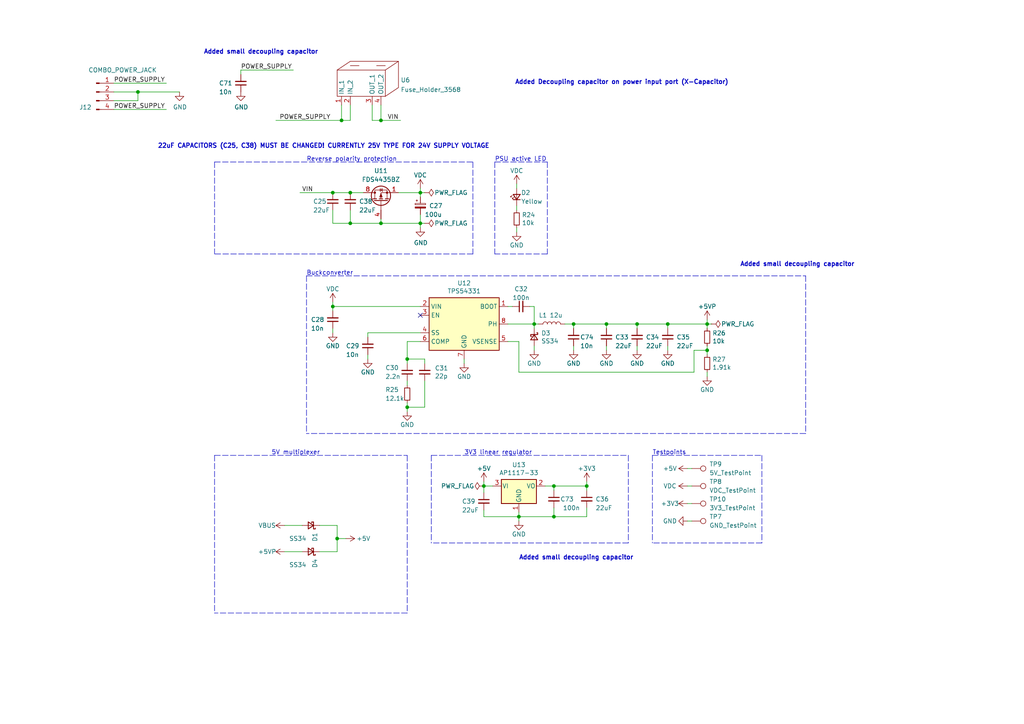
<source format=kicad_sch>
(kicad_sch (version 20211123) (generator eeschema)
  (paper "A4")
  (title_block (title "LumenPnP Motherboard") (date "2022-09-09") (rev "004A") (company "Opulo") (comment 1 "Reengineered by Magpie"))
  (lib_symbols
    (symbol "Connector:Conn_01x04_Male" (pin_names (offset 1.016) hide)
      (property "Reference" "J" (at 0 5.08 0))
      (property "Value" "Conn_01x04_Male" (at 0 -7.62 0))
      (symbol "Conn_01x04_Male_1_1"
        (polyline (pts (xy 1.27 -5.08) (xy 0.8636 -5.08)) (stroke (width 0.1524)))
        (polyline (pts (xy 1.27 -2.54) (xy 0.8636 -2.54)) (stroke (width 0.1524)))
        (polyline (pts (xy 1.27 0) (xy 0.8636 0)) (stroke (width 0.1524)))
        (polyline (pts (xy 1.27 2.54) (xy 0.8636 2.54)) (stroke (width 0.1524)))
        (rectangle (start 0.8636 -4.953) (end 0 -5.207) (stroke (width 0.1524)) (fill (type outline)))
        (rectangle (start 0.8636 -2.413) (end 0 -2.667) (stroke (width 0.1524)) (fill (type outline)))
        (rectangle (start 0.8636 0.127) (end 0 -0.127) (stroke (width 0.1524)) (fill (type outline)))
        (rectangle (start 0.8636 2.667) (end 0 2.413) (stroke (width 0.1524)) (fill (type outline)))
        (pin passive line (at 5.08 2.54 180) (length 3.81) (name "Pin_1") (number "1"))
        (pin passive line (at 5.08 0 180) (length 3.81) (name "Pin_2") (number "2"))
        (pin passive line (at 5.08 -2.54 180) (length 3.81) (name "Pin_3") (number "3"))
        (pin passive line (at 5.08 -5.08 180) (length 3.81) (name "Pin_4") (number "4"))
      )
    )
    (symbol "Connector:TestPoint" (pin_numbers hide) (pin_names (offset 0.762) hide)
      (property "Reference" "TP" (at 0 6.858 0))
      (property "Value" "TestPoint" (at 0 5.08 0))
      (symbol "TestPoint_0_1"
        (circle (center 0 3.302) (radius 0.762))
      )
      (symbol "TestPoint_1_1"
        (pin passive line (at 0 0 90) (length 2.54) (name "1") (number "1"))
      )
    )
    (symbol "Device:C_Polarized_Small" (pin_numbers hide) (pin_names (offset 0.254) hide)
      (property "Reference" "C" (at 0.254 1.778 0))
      (property "Value" "C_Polarized_Small" (at 0.254 -2.032 0))
      (symbol "C_Polarized_Small_0_1"
        (rectangle (start -1.524 -0.3048) (end 1.524 -0.6858) (fill (type outline)))
        (rectangle (start -1.524 0.6858) (end 1.524 0.3048))
        (polyline (pts (xy -1.27 1.524) (xy -0.762 1.524)))
        (polyline (pts (xy -1.016 1.27) (xy -1.016 1.778)))
      )
      (symbol "C_Polarized_Small_1_1"
        (pin passive line (at 0 2.54 270) (length 1.8542) (name "~") (number "1"))
        (pin passive line (at 0 -2.54 90) (length 1.8542) (name "~") (number "2"))
      )
    )
    (symbol "Device:C_Small" (pin_numbers hide) (pin_names (offset 0.254) hide)
      (property "Reference" "C" (at 0.254 1.778 0))
      (property "Value" "C_Small" (at 0.254 -2.032 0))
      (symbol "C_Small_0_1"
        (polyline (pts (xy -1.524 -0.508) (xy 1.524 -0.508)) (stroke (width 0.3302)))
        (polyline (pts (xy -1.524 0.508) (xy 1.524 0.508)) (stroke (width 0.3048)))
      )
      (symbol "C_Small_1_1"
        (pin passive line (at 0 2.54 270) (length 2.032) (name "~") (number "1"))
        (pin passive line (at 0 -2.54 90) (length 2.032) (name "~") (number "2"))
      )
    )
    (symbol "Device:D_Schottky_Small" (pin_numbers hide) (pin_names (offset 0.254) hide)
      (property "Reference" "D" (at -1.27 2.032 0))
      (property "Value" "D_Schottky_Small" (at -7.112 -2.032 0))
      (symbol "D_Schottky_Small_0_1"
        (polyline (pts (xy -0.762 0) (xy 0.762 0)))
        (polyline (pts (xy 0.762 -1.016) (xy -0.762 0) (xy 0.762 1.016) (xy 0.762 -1.016)) (stroke (width 0.254)))
        (polyline (pts (xy -1.27 0.762) (xy -1.27 1.016) (xy -0.762 1.016) (xy -0.762 -1.016) (xy -0.254 -1.016) (xy -0.254 -0.762)) (stroke (width 0.254)))
      )
      (symbol "D_Schottky_Small_1_1"
        (pin passive line (at -2.54 0 0) (length 1.778) (name "K") (number "1"))
        (pin passive line (at 2.54 0 180) (length 1.778) (name "A") (number "2"))
      )
    )
    (symbol "Device:L" (pin_numbers hide) (pin_names (offset 1.016) hide)
      (property "Reference" "L" (at -1.27 0 90))
      (property "Value" "L" (at 1.905 0 90))
      (symbol "L_0_1"
        (arc (start 0 -2.54) (mid 0.635 -1.905) (end 0 -1.27))
        (arc (start 0 -1.27) (mid 0.635 -0.635) (end 0 0))
        (arc (start 0 0) (mid 0.635 0.635) (end 0 1.27))
        (arc (start 0 1.27) (mid 0.635 1.905) (end 0 2.54))
      )
      (symbol "L_1_1"
        (pin passive line (at 0 3.81 270) (length 1.27) (name "1") (number "1"))
        (pin passive line (at 0 -3.81 90) (length 1.27) (name "2") (number "2"))
      )
    )
    (symbol "Device:LED_Small" (pin_numbers hide) (pin_names (offset 0.254) hide)
      (property "Reference" "D" (at -1.27 3.175 0))
      (property "Value" "LED_Small" (at -4.445 -2.54 0))
      (symbol "LED_Small_0_1"
        (polyline (pts (xy -0.762 -1.016) (xy -0.762 1.016)) (stroke (width 0.254)))
        (polyline (pts (xy 1.016 0) (xy -0.762 0)))
        (polyline (pts (xy 0.762 -1.016) (xy -0.762 0) (xy 0.762 1.016) (xy 0.762 -1.016)) (stroke (width 0.254)))
        (polyline (pts (xy 0 0.762) (xy -0.508 1.27) (xy -0.254 1.27) (xy -0.508 1.27) (xy -0.508 1.016)))
        (polyline (pts (xy 0.508 1.27) (xy 0 1.778) (xy 0.254 1.778) (xy 0 1.778) (xy 0 1.524)))
      )
      (symbol "LED_Small_1_1"
        (pin passive line (at -2.54 0 0) (length 1.778) (name "K") (number "1"))
        (pin passive line (at 2.54 0 180) (length 1.778) (name "A") (number "2"))
      )
    )
    (symbol "Device:R_Small" (pin_numbers hide) (pin_names (offset 0.254) hide)
      (property "Reference" "R" (at 0.762 0.508 0))
      (property "Value" "R_Small" (at 0.762 -1.016 0))
      (symbol "R_Small_0_1"
        (rectangle (start -0.762 1.778) (end 0.762 -1.778) (stroke (width 0.2032)))
      )
      (symbol "R_Small_1_1"
        (pin passive line (at 0 2.54 270) (length 0.762) (name "~") (number "1"))
        (pin passive line (at 0 -2.54 90) (length 0.762) (name "~") (number "2"))
      )
    )
    (symbol "Regulator_Linear:AP1117-33" (pin_names (offset 0.254))
      (property "Reference" "U" (at -3.81 3.175 0))
      (property "Value" "AP1117-33" (at 0 3.175 0))
      (symbol "AP1117-33_0_1"
        (rectangle (start -5.08 -5.08) (end 5.08 1.905) (stroke (width 0.254)) (fill (type background)))
      )
      (symbol "AP1117-33_1_1"
        (pin power_in line (at 0 -7.62 90) (length 2.54) (name "GND") (number "1"))
        (pin power_out line (at 7.62 0 180) (length 2.54) (name "VO") (number "2"))
        (pin power_in line (at -7.62 0 0) (length 2.54) (name "VI") (number "3"))
      )
    )
    (symbol "index:FDS4435BZ" (pin_names hide)
      (property "Reference" "Q" (at 5.08 1.905 0))
      (property "Value" "FDS4435BZ" (at 5.08 0 0))
      (symbol "FDS4435BZ_0_1"
        (polyline (pts (xy 0.254 0) (xy -2.54 0)))
        (polyline (pts (xy 0.254 1.905) (xy 0.254 -1.905)) (stroke (width 0.254)))
        (polyline (pts (xy 0.762 -1.27) (xy 0.762 -2.286)) (stroke (width 0.254)))
        (polyline (pts (xy 0.762 0.508) (xy 0.762 -0.508)) (stroke (width 0.254)))
        (polyline (pts (xy 0.762 2.286) (xy 0.762 1.27)) (stroke (width 0.254)))
        (polyline (pts (xy 2.54 2.54) (xy 2.54 1.778)))
        (polyline (pts (xy 2.54 -2.54) (xy 2.54 0) (xy 0.762 0)))
        (polyline (pts (xy 0.762 1.778) (xy 3.302 1.778) (xy 3.302 -1.778) (xy 0.762 -1.778)))
        (polyline (pts (xy 2.286 0) (xy 1.27 0.381) (xy 1.27 -0.381) (xy 2.286 0)) (fill (type outline)))
        (polyline (pts (xy 2.794 -0.508) (xy 2.921 -0.381) (xy 3.683 -0.381) (xy 3.81 -0.254)))
        (polyline (pts (xy 3.302 -0.381) (xy 2.921 0.254) (xy 3.683 0.254) (xy 3.302 -0.381)))
        (circle (center 1.651 0) (radius 2.794) (stroke (width 0.254)))
        (circle (center 2.54 -1.778) (radius 0.254) (fill (type outline)))
        (circle (center 2.54 1.778) (radius 0.254) (fill (type outline)))
      )
      (symbol "FDS4435BZ_1_1"
        (pin passive line (at 2.54 -5.08 90) (length 2.54) (name "S") (number "1"))
        (pin passive line (at 2.54 -5.08 90) (length 2.54) hide (name "S") (number "2"))
        (pin passive line (at 2.54 -5.08 90) (length 2.54) hide (name "S") (number "3"))
        (pin passive line (at -5.08 0 0) (length 2.54) (name "G") (number "4"))
        (pin passive line (at 2.54 5.08 270) (length 2.54) hide (name "D") (number "5"))
        (pin passive line (at 2.54 5.08 270) (length 2.54) hide (name "D") (number "6"))
        (pin passive line (at 2.54 5.08 270) (length 2.54) hide (name "D") (number "7"))
        (pin passive line (at 2.54 5.08 270) (length 2.54) (name "D") (number "8"))
      )
    )
    (symbol "index:Fuse_Holder_3568"
      (property "Reference" "U" (at 7.62 11.43 0))
      (property "Value" "Fuse_Holder_3568" (at 0 21.59 0))
      (symbol "Fuse_Holder_3568_0_1"
        (polyline (pts (xy -10.16 17.78) (xy 3.81 17.78)))
        (polyline (pts (xy -6.35 19.05) (xy -3.81 19.05)))
        (polyline (pts (xy 3.81 19.05) (xy 1.27 19.05)))
        (polyline (pts (xy -10.16 17.78) (xy -10.16 10.16) (xy 3.81 10.16)))
        (polyline (pts (xy 3.81 10.16) (xy 7.62 12.7) (xy 7.62 20.32)))
        (polyline (pts (xy -10.16 17.78) (xy -6.35 20.32) (xy 7.62 20.32) (xy 3.81 17.78) (xy 3.81 10.16)))
      )
      (symbol "Fuse_Holder_3568_1_1"
        (pin passive line (at -8.89 7.62 90) (length 2.54) (name "IN_1") (number "1"))
        (pin passive line (at -6.35 7.62 90) (length 2.54) (name "IN_2") (number "2"))
        (pin passive line (at 0 7.62 90) (length 2.54) (name "OUT_1") (number "3"))
        (pin passive line (at 2.54 7.62 90) (length 2.54) (name "OUT_2") (number "4"))
      )
    )
    (symbol "index:TPS54331"
      (property "Reference" "U" (at -8.89 8.89 0))
      (property "Value" "TPS54331" (at 3.81 8.89 0))
      (symbol "TPS54331_1_1"
        (rectangle (start -10.16 7.62) (end 10.16 -7.62) (stroke (width 0.254)) (fill (type background)))
        (pin output line (at 12.7 5.08 180) (length 2.54) (name "BOOT") (number "1"))
        (pin power_in line (at -12.7 5.08 0) (length 2.54) (name "VIN") (number "2"))
        (pin input line (at -12.7 2.54 0) (length 2.54) (name "EN") (number "3"))
        (pin output line (at -12.7 -2.54 0) (length 2.54) (name "SS") (number "4"))
        (pin input line (at 12.7 -5.08 180) (length 2.54) (name "VSENSE") (number "5"))
        (pin output line (at -12.7 -5.08 0) (length 2.54) (name "COMP") (number "6"))
        (pin power_in line (at 0 -10.16 90) (length 2.54) (name "GND") (number "7"))
        (pin output line (at 12.7 0 180) (length 2.54) (name "PH") (number "8"))
      )
    )
    (symbol "power:+3V3" (power) (pin_names (offset 0))
      (property "Value" "+3V3" (at 0 3.556 0))
      (symbol "+3V3_0_1"
        (polyline (pts (xy -0.762 1.27) (xy 0 2.54)))
        (polyline (pts (xy 0 0) (xy 0 2.54)))
        (polyline (pts (xy 0 2.54) (xy 0.762 1.27)))
      )
      (symbol "+3V3_1_1"
        (pin power_in line (at 0 0 90) (length 0) hide (name "+3V3") (number "1"))
      )
    )
    (symbol "power:+5V" (power) (pin_names (offset 0))
      (property "Value" "+5V" (at 0 3.556 0))
      (symbol "+5V_0_1"
        (polyline (pts (xy -0.762 1.27) (xy 0 2.54)))
        (polyline (pts (xy 0 0) (xy 0 2.54)))
        (polyline (pts (xy 0 2.54) (xy 0.762 1.27)))
      )
      (symbol "+5V_1_1"
        (pin power_in line (at 0 0 90) (length 0) hide (name "+5V") (number "1"))
      )
    )
    (symbol "power:+5VP" (power) (pin_names (offset 0))
      (property "Value" "+5VP" (at 0 3.556 0))
      (symbol "+5VP_0_1"
        (polyline (pts (xy -0.762 1.27) (xy 0 2.54)))
        (polyline (pts (xy 0 0) (xy 0 2.54)))
        (polyline (pts (xy 0 2.54) (xy 0.762 1.27)))
      )
      (symbol "+5VP_1_1"
        (pin power_in line (at 0 0 90) (length 0) hide (name "+5VP") (number "1"))
      )
    )
    (symbol "power:GND" (power) (pin_names (offset 0))
      (property "Value" "GND" (at 0 -3.81 0))
      (symbol "GND_0_1"
        (polyline (pts (xy 0 0) (xy 0 -1.27) (xy 1.27 -1.27) (xy 0 -2.54) (xy -1.27 -1.27) (xy 0 -1.27)))
      )
      (symbol "GND_1_1"
        (pin power_in line (at 0 0 270) (length 0) hide (name "GND") (number "1"))
      )
    )
    (symbol "power:PWR_FLAG" (power) (pin_numbers hide) (pin_names (offset 0) hide)
      (property "Value" "PWR_FLAG" (at 0 3.81 0))
      (symbol "PWR_FLAG_0_0"
        (pin power_out line (at 0 0 90) (length 0) (name "pwr") (number "1"))
      )
      (symbol "PWR_FLAG_0_1"
        (polyline (pts (xy 0 0) (xy 0 1.27) (xy -1.016 1.905) (xy 0 2.54) (xy 1.016 1.905) (xy 0 1.27)))
      )
    )
    (symbol "power:VBUS" (power) (pin_names (offset 0))
      (property "Value" "VBUS" (at 0 3.81 0))
      (symbol "VBUS_0_1"
        (polyline (pts (xy -0.762 1.27) (xy 0 2.54)))
        (polyline (pts (xy 0 0) (xy 0 2.54)))
        (polyline (pts (xy 0 2.54) (xy 0.762 1.27)))
      )
      (symbol "VBUS_1_1"
        (pin power_in line (at 0 0 90) (length 0) hide (name "VBUS") (number "1"))
      )
    )
    (symbol "power:VDC" (power) (pin_names (offset 0))
      (property "Value" "VDC" (at 0 6.35 0))
      (symbol "VDC_0_1"
        (polyline (pts (xy -0.762 1.27) (xy 0 2.54)))
        (polyline (pts (xy 0 0) (xy 0 2.54)))
        (polyline (pts (xy 0 2.54) (xy 0.762 1.27)))
      )
      (symbol "VDC_1_1"
        (pin power_in line (at 0 0 90) (length 0) hide (name "VDC") (number "1"))
      )
    )
  )
  (junction (at 193.675 93.98))
  (junction (at 118.11 118.11))
  (junction (at 205.105 93.98))
  (junction (at 121.92 55.88))
  (junction (at 170.18 140.97))
  (junction (at 166.37 93.98))
  (junction (at 121.92 64.77))
  (junction (at 150.495 149.86))
  (junction (at 97.79 156.21))
  (junction (at 118.11 104.14))
  (junction (at 40.005 26.67))
  (junction (at 140.335 140.97))
  (junction (at 110.49 34.925))
  (junction (at 154.94 93.98))
  (junction (at 96.52 55.88))
  (junction (at 110.49 64.77))
  (junction (at 175.895 93.98))
  (junction (at 184.785 93.98))
  (junction (at 101.6 64.77))
  (junction (at 160.655 149.86))
  (junction (at 160.655 140.97))
  (junction (at 99.06 34.925))
  (junction (at 101.6 55.88))
  (junction (at 205.105 101.6))
  (junction (at 96.52 88.9))
  (no_connect (at 121.92 91.44))
  (polyline (pts (xy 189.23 132.08) (xy 189.23 157.48)))
  (wire (pts (xy 33.02 29.21) (xy 40.005 29.21)))
  (wire (pts (xy 40.005 26.67) (xy 52.07 26.67)))
  (polyline (pts (xy 182.245 157.48) (xy 125.095 157.48)))
  (polyline (pts (xy 62.23 46.99) (xy 137.16 46.99)))
  (polyline (pts (xy 125.095 132.08) (xy 182.245 132.08)))
  (wire (pts (xy 97.79 160.02) (xy 97.79 156.21)))
  (wire (pts (xy 82.55 160.02) (xy 87.63 160.02)))
  (polyline (pts (xy 158.75 46.99) (xy 158.75 73.66)))
  (polyline (pts (xy 62.23 132.08) (xy 118.11 132.08)))
  (wire (pts (xy 96.52 95.25) (xy 96.52 96.52)))
  (wire (pts (xy 205.105 93.98) (xy 205.105 95.25)))
  (polyline (pts (xy 62.23 46.99) (xy 62.23 73.66)))
  (wire (pts (xy 92.71 160.02) (xy 97.79 160.02)))
  (wire (pts (xy 33.02 31.75) (xy 48.26 31.75)))
  (wire (pts (xy 154.94 88.9) (xy 154.94 93.98)))
  (wire (pts (xy 170.18 140.97) (xy 170.18 142.24)))
  (polyline (pts (xy 62.23 132.08) (xy 62.23 177.8)))
  (wire (pts (xy 121.92 55.88) (xy 123.19 55.88)))
  (wire (pts (xy 199.39 151.13) (xy 200.66 151.13)))
  (wire (pts (xy 123.19 118.11) (xy 123.19 110.49)))
  (wire (pts (xy 106.68 102.87) (xy 106.68 104.14)))
  (wire (pts (xy 110.49 30.48) (xy 110.49 34.925)))
  (wire (pts (xy 33.02 26.67) (xy 40.005 26.67)))
  (wire (pts (xy 193.675 100.33) (xy 193.675 101.6)))
  (wire (pts (xy 201.295 107.95) (xy 201.295 101.6)))
  (wire (pts (xy 110.49 63.5) (xy 110.49 64.77)))
  (wire (pts (xy 33.02 24.13) (xy 48.26 24.13)))
  (wire (pts (xy 199.39 146.05) (xy 200.66 146.05)))
  (wire (pts (xy 201.295 101.6) (xy 205.105 101.6)))
  (polyline (pts (xy 189.23 132.08) (xy 220.98 132.08)))
  (wire (pts (xy 154.94 93.98) (xy 156.21 93.98)))
  (wire (pts (xy 99.06 34.925) (xy 101.6 34.925)))
  (wire (pts (xy 118.11 104.14) (xy 118.11 99.06)))
  (wire (pts (xy 118.11 116.84) (xy 118.11 118.11)))
  (wire (pts (xy 147.32 99.06) (xy 150.495 99.06)))
  (wire (pts (xy 148.59 88.9) (xy 147.32 88.9)))
  (wire (pts (xy 96.52 55.88) (xy 101.6 55.88)))
  (wire (pts (xy 163.83 93.98) (xy 166.37 93.98)))
  (wire (pts (xy 160.655 142.24) (xy 160.655 140.97)))
  (polyline (pts (xy 220.98 132.08) (xy 220.98 157.48)))
  (wire (pts (xy 121.92 64.77) (xy 110.49 64.77)))
  (wire (pts (xy 92.71 152.4) (xy 97.79 152.4)))
  (wire (pts (xy 140.335 147.955) (xy 140.335 149.86)))
  (wire (pts (xy 121.92 54.61) (xy 121.92 55.88)))
  (wire (pts (xy 40.005 26.67) (xy 40.005 29.21)))
  (wire (pts (xy 107.95 34.925) (xy 110.49 34.925)))
  (wire (pts (xy 121.92 64.77) (xy 123.19 64.77)))
  (wire (pts (xy 121.92 64.77) (xy 121.92 66.04)))
  (polyline (pts (xy 233.68 125.73) (xy 88.9 125.73)))
  (wire (pts (xy 123.19 104.14) (xy 118.11 104.14)))
  (wire (pts (xy 184.785 100.33) (xy 184.785 101.6)))
  (wire (pts (xy 166.37 93.98) (xy 166.37 95.25)))
  (wire (pts (xy 154.94 100.33) (xy 154.94 101.6)))
  (wire (pts (xy 110.49 34.925) (xy 116.205 34.925)))
  (wire (pts (xy 118.11 118.11) (xy 118.11 119.38)))
  (wire (pts (xy 140.335 149.86) (xy 150.495 149.86)))
  (wire (pts (xy 166.37 101.6) (xy 166.37 100.33)))
  (polyline (pts (xy 125.095 132.08) (xy 125.095 157.48)))
  (polyline (pts (xy 118.11 177.8) (xy 62.23 177.8)))
  (wire (pts (xy 154.94 93.98) (xy 154.94 95.25)))
  (wire (pts (xy 140.335 139.7) (xy 140.335 140.97)))
  (wire (pts (xy 96.52 88.9) (xy 96.52 90.17)))
  (wire (pts (xy 150.495 107.95) (xy 150.495 99.06)))
  (wire (pts (xy 101.6 55.88) (xy 105.41 55.88)))
  (wire (pts (xy 170.18 139.7) (xy 170.18 140.97)))
  (wire (pts (xy 199.39 140.97) (xy 200.66 140.97)))
  (wire (pts (xy 150.495 149.86) (xy 150.495 151.13)))
  (wire (pts (xy 97.79 156.21) (xy 100.33 156.21)))
  (wire (pts (xy 149.86 66.04) (xy 149.86 67.31)))
  (wire (pts (xy 160.655 149.86) (xy 170.18 149.86)))
  (wire (pts (xy 149.86 59.69) (xy 149.86 60.96)))
  (wire (pts (xy 97.79 152.4) (xy 97.79 156.21)))
  (wire (pts (xy 205.105 92.71) (xy 205.105 93.98)))
  (wire (pts (xy 106.68 96.52) (xy 121.92 96.52)))
  (wire (pts (xy 118.11 110.49) (xy 118.11 111.76)))
  (wire (pts (xy 205.105 100.33) (xy 205.105 101.6)))
  (wire (pts (xy 170.18 147.32) (xy 170.18 149.86)))
  (wire (pts (xy 96.52 87.63) (xy 96.52 88.9)))
  (polyline (pts (xy 158.75 73.66) (xy 143.51 73.66)))
  (wire (pts (xy 147.32 93.98) (xy 154.94 93.98)))
  (wire (pts (xy 205.105 101.6) (xy 205.105 102.87)))
  (wire (pts (xy 205.105 109.22) (xy 205.105 107.95)))
  (polyline (pts (xy 88.9 80.01) (xy 88.9 125.73)))
  (wire (pts (xy 82.55 152.4) (xy 87.63 152.4)))
  (wire (pts (xy 69.85 20.32) (xy 69.85 21.59)))
  (wire (pts (xy 184.785 93.98) (xy 193.675 93.98)))
  (wire (pts (xy 175.895 100.33) (xy 175.895 101.6)))
  (wire (pts (xy 118.11 104.14) (xy 118.11 105.41)))
  (wire (pts (xy 193.675 93.98) (xy 205.105 93.98)))
  (wire (pts (xy 160.655 140.97) (xy 170.18 140.97)))
  (wire (pts (xy 140.335 140.97) (xy 142.875 140.97)))
  (wire (pts (xy 166.37 93.98) (xy 175.895 93.98)))
  (wire (pts (xy 140.335 140.97) (xy 140.335 142.875)))
  (polyline (pts (xy 233.68 80.01) (xy 233.68 125.73)))
  (wire (pts (xy 86.995 55.88) (xy 96.52 55.88)))
  (wire (pts (xy 160.655 149.86) (xy 150.495 149.86)))
  (polyline (pts (xy 143.51 46.99) (xy 143.51 73.66)))
  (polyline (pts (xy 182.245 132.08) (xy 182.245 157.48)))
  (wire (pts (xy 158.115 140.97) (xy 160.655 140.97)))
  (wire (pts (xy 134.62 104.14) (xy 134.62 105.41)))
  (polyline (pts (xy 220.98 157.48) (xy 189.23 157.48)))
  (wire (pts (xy 175.895 93.98) (xy 184.785 93.98)))
  (wire (pts (xy 96.52 60.96) (xy 96.52 64.77)))
  (wire (pts (xy 69.85 20.32) (xy 85.09 20.32)))
  (wire (pts (xy 199.39 135.89) (xy 200.66 135.89)))
  (wire (pts (xy 150.495 148.59) (xy 150.495 149.86)))
  (wire (pts (xy 153.67 88.9) (xy 154.94 88.9)))
  (wire (pts (xy 205.105 93.98) (xy 206.375 93.98)))
  (wire (pts (xy 193.675 93.98) (xy 193.675 95.25)))
  (wire (pts (xy 149.86 53.34) (xy 149.86 54.61)))
  (wire (pts (xy 118.11 99.06) (xy 121.92 99.06)))
  (wire (pts (xy 175.895 93.98) (xy 175.895 95.25)))
  (wire (pts (xy 121.92 62.23) (xy 121.92 64.77)))
  (wire (pts (xy 184.785 93.98) (xy 184.785 95.25)))
  (wire (pts (xy 160.655 147.32) (xy 160.655 149.86)))
  (polyline (pts (xy 137.16 73.66) (xy 62.23 73.66)))
  (wire (pts (xy 101.6 64.77) (xy 101.6 60.96)))
  (wire (pts (xy 96.52 64.77) (xy 101.6 64.77)))
  (wire (pts (xy 115.57 55.88) (xy 121.92 55.88)))
  (wire (pts (xy 150.495 107.95) (xy 201.295 107.95)))
  (polyline (pts (xy 88.9 80.01) (xy 233.68 80.01)))
  (wire (pts (xy 99.06 30.48) (xy 99.06 34.925)))
  (wire (pts (xy 80.01 34.925) (xy 99.06 34.925)))
  (wire (pts (xy 106.68 96.52) (xy 106.68 97.79)))
  (wire (pts (xy 121.92 55.88) (xy 121.92 57.15)))
  (polyline (pts (xy 137.16 46.99) (xy 137.16 73.66)))
  (wire (pts (xy 107.95 30.48) (xy 107.95 34.925)))
  (polyline (pts (xy 118.11 132.08) (xy 118.11 177.8)))
  (wire (pts (xy 96.52 88.9) (xy 121.92 88.9)))
  (wire (pts (xy 101.6 34.925) (xy 101.6 30.48)))
  (wire (pts (xy 101.6 64.77) (xy 110.49 64.77)))
  (polyline (pts (xy 143.51 46.99) (xy 158.75 46.99)))
  (wire (pts (xy 123.19 105.41) (xy 123.19 104.14)))
  (wire (pts (xy 118.11 118.11) (xy 123.19 118.11)))
  (text "Buckconverter" (at 88.9 80.01 0) (effects (font (size 1.27 1.27)) (justify left bottom)))
  (text "Reverse polarity protection" (at 88.9 46.99 0) (effects (font (size 1.27 1.27)) (justify left bottom)))
  (text "Testpoints" (at 189.23 132.08 0) (effects (font (size 1.27 1.27)) (justify left bottom)))
  (text "Added small decoupling capacitor" (at 150.495 162.56 0) (effects (font (size 1.27 1.27) (thickness 0.254) bold) (justify left bottom)))
  (text "Added Decoupling capacitor on power input port (X-Capacitor)" (at 149.3373 24.6638 0) (effects (font (size 1.27 1.27) (thickness 0.254) bold) (justify left bottom)))
  (text "Added small decoupling capacitor" (at 214.63 77.47 0) (effects (font (size 1.27 1.27) (thickness 0.254) bold) (justify left bottom)))
  (text "Added small decoupling capacitor" (at 59.055 15.875 0) (effects (font (size 1.27 1.27) (thickness 0.254) bold) (justify left bottom)))
  (text "PSU active LED" (at 143.51 46.99 0) (effects (font (size 1.27 1.27)) (justify left bottom)))
  (text "3V3 linear regulator" (at 134.62 132.08 0) (effects (font (size 1.27 1.27)) (justify left bottom)))
  (text "22uF CAPACITORS (C25, C38) MUST BE CHANGED! CURRENTLY 25V TYPE FOR 24V SUPPLY VOLTAGE" (at 45.72 43.18 0) (effects (font (size 1.27 1.27) (thickness 0.254) bold) (justify left bottom)))
  (text "5V multiplexer" (at 78.74 132.08 0) (effects (font (size 1.27 1.27)) (justify left bottom)))
  (label "VIN" (at 90.805 55.88 180))
  (label "POWER_SUPPLY" (at 95.885 34.925 180))
  (label "POWER_SUPPLY" (at 33.02 31.75 0))
  (label "POWER_SUPPLY" (at 69.85 20.32 0))
  (label "VIN" (at 112.395 34.925 0))
  (label "POWER_SUPPLY" (at 33.02 24.13 0))
  (symbol (lib_id "Device:C_Polarized_Small") (at 121.92 59.69 0) (unit 1)
    (property "Reference" "C27" (at 124.46 59.69 0) (effects (justify left)))
    (property "Value" "100u" (at 123.19 62.23 0) (effects (justify left)))
    (property "Footprint" "Capacitor_SMD:CP_Elec_6.3x7.7" (effects hide))
    (property "Digikey" "493-2203-1-ND" (effects hide))
    (property "JLCPCB" "C99837" (effects hide))
    (property "LCSC" "C3339" (effects hide))
    (property "Mouser" "647-UWT1V101MCL1S" (effects hide))
  )
  (symbol (lib_id "Device:L") (at 160.02 93.98 90) (unit 1)
    (property "Reference" "L1" (at 157.48 91.44 90))
    (property "Value" "12u" (at 161.29 91.44 90))
    (property "Footprint" "Inductor_SMD:L_Coilcraft_XAL60xx_6.36x6.56mm" (effects hide))
    (property "Digikey" "ASPI-6045S-120M-TCT-ND" (effects hide))
    (property "LCSC" "C168077" (effects hide))
    (property "Mouser" "815-ASPI-6045S-120MT" (effects hide))
  )
  (symbol (lib_id "Device:R_Small") (at 205.105 97.79 0) (unit 1)
    (property "Reference" "R26" (at 206.6036 96.6216 0) (effects (justify left)))
    (property "Value" "10k" (at 206.6036 98.933 0) (effects (justify left)))
    (property "Footprint" "Resistor_SMD:R_0805_2012Metric" (effects hide))
    (property "Digikey" "RMCF0805FT10K0CT-ND" (effects hide))
    (property "JLCPCB" "C17414" (effects hide))
    (property "LCSC" "C115295" (effects hide))
    (property "Mouser" "71-CRCW080510K0FKEAC" (effects hide))
    (property "Notes" "1%" (effects hide))
  )
  (symbol (lib_id "Device:R_Small") (at 205.105 105.41 0) (unit 1)
    (property "Reference" "R27" (at 206.6036 104.2416 0) (effects (justify left)))
    (property "Value" "1.91k" (at 206.6036 106.553 0) (effects (justify left)))
    (property "Footprint" "Resistor_SMD:R_0805_2012Metric" (effects hide))
    (property "Datasheet" "https://www.vishay.com/docs/20035/dcrcwe3.pdf" (effects hide))
    (property "Digikey" "541-1.91KCCT-ND" (effects hide))
    (property "JLCPCB" "C17401" (effects hide))
    (property "LCSC" "C17401" (effects hide))
    (property "Mouser" "71-CRCW08051K91FKEA" (effects hide))
  )
  (symbol (lib_id "Device:C_Small") (at 96.52 92.71 180) (unit 1)
    (property "Reference" "C28" (at 90.17 92.71 0) (effects (justify right)))
    (property "Value" "10n" (at 90.17 95.25 0) (effects (justify right)))
    (property "Footprint" "Capacitor_SMD:C_0805_2012Metric" (effects hide))
    (property "Digikey" "1276-1015-1-ND" (effects hide))
    (property "JLCPCB" "C1710" (effects hide))
    (property "LCSC" "C1710" (effects hide))
    (property "Mouser" "187-CL21B103KBANNNC" (effects hide))
  )
  (symbol (lib_id "Regulator_Linear:AP1117-33") (at 150.495 140.97 0) (unit 1)
    (property "Reference" "U13" (at 150.495 134.8232 0))
    (property "Value" "AP1117-33" (at 150.495 137.1346 0))
    (property "Footprint" "Package_TO_SOT_SMD:SOT-223-3_TabPin2" (effects hide))
    (property "Datasheet" "http://www.diodes.com/datasheets/AP1117.pdf" (effects hide))
    (property "JLCPCB" "C108785" (effects hide))
    (property "LCSC" "C108785" (effects hide))
    (property "Digikey" "ZLDO1117G33DICT-ND" (effects hide))
    (property "Mouser" "522-ZLDO1117G33TA" (effects hide))
  )
  (symbol (lib_id "power:+3V3") (at 170.18 139.7 0) (unit 1)
    (property "Reference" "#PWR0161" (effects hide))
    (property "Value" "+3V3" (at 170.18 135.89 0))
  )
  (symbol (lib_id "power:GND") (at 150.495 151.13 0) (unit 1)
    (property "Reference" "#PWR0160" (effects hide))
    (property "Value" "GND" (at 150.495 154.94 0))
  )
  (symbol (lib_id "power:+5V") (at 140.335 139.7 0) (unit 1)
    (property "Reference" "#PWR0159" (effects hide))
    (property "Value" "+5V" (at 140.335 135.89 0))
  )
  (symbol (lib_id "Device:LED_Small") (at 149.86 57.15 90) (unit 1)
    (property "Reference" "D2" (at 151.13 55.88 90) (effects (justify right)))
    (property "Value" "Yellow" (at 151.13 58.42 90) (effects (justify right)))
    (property "Footprint" "LED_SMD:LED_0805_2012Metric" (effects hide))
    (property "Digikey" "732-4987-1-ND" (effects hide))
    (property "JLCPCB" "C2296" (effects hide))
    (property "LCSC" "C779458" (effects hide))
    (property "Mouser" "710-150080YS75000" (effects hide))
  )
  (symbol (lib_id "Device:R_Small") (at 149.86 63.5 0) (unit 1)
    (property "Reference" "R24" (at 151.3586 62.3316 0) (effects (justify left)))
    (property "Value" "10k" (at 151.3586 64.643 0) (effects (justify left)))
    (property "Footprint" "Resistor_SMD:R_0805_2012Metric" (effects hide))
    (property "Digikey" "RMCF0805FT10K0CT-ND" (effects hide))
    (property "JLCPCB" "C17414" (effects hide))
    (property "LCSC" "C115295" (effects hide))
    (property "Mouser" "71-CRCW080510K0FKEAC" (effects hide))
  )
  (symbol (lib_id "power:GND") (at 149.86 67.31 0) (unit 1)
    (property "Reference" "#PWR0146" (effects hide))
    (property "Value" "GND" (at 149.86 71.12 0))
  )
  (symbol (lib_id "index:FDS4435BZ") (at 110.49 58.42 90) (unit 1)
    (property "Reference" "U11" (at 110.49 49.53 90))
    (property "Value" "FDS4435BZ" (at 110.49 52.07 90))
    (property "Footprint" "Package_SO:SO-8_3.9x4.9mm_P1.27mm" (effects hide))
    (property "JLCPCB" "C23931" (effects hide))
    (property "LCSC" "C23931" (effects hide))
    (property "Digikey" "FDS4435BZCT-ND" (effects hide))
    (property "Mouser" "512-FDS4435BZ" (effects hide))
  )
  (symbol (lib_id "power:GND") (at 205.105 109.22 0) (unit 1)
    (property "Reference" "#PWR0157" (effects hide))
    (property "Value" "GND" (at 205.105 113.03 0))
  )
  (symbol (lib_id "power:GND") (at 121.92 66.04 0) (unit 1)
    (property "Reference" "#PWR0143" (effects hide))
    (property "Value" "GND" (at 122.047 70.4342 0))
  )
  (symbol (lib_id "Device:D_Schottky_Small") (at 154.94 97.79 270) (unit 1)
    (property "Reference" "D3" (at 156.972 96.6216 90) (effects (justify left)))
    (property "Value" "SS34" (at 156.972 98.933 90) (effects (justify left)))
    (property "Footprint" "Diode_SMD:D_SMA" (effects hide))
    (property "LCSC" "C266553" (effects hide))
    (property "JLCPCB" "C8678" (effects hide))
    (property "Notes" "Vf<=0.55V,I>=2A,Vr>=24V" (effects hide))
    (property "Digikey" "641-2115-1-ND" (effects hide))
    (property "Mouser" "821-SS34LRVG" (effects hide))
  )
  (symbol (lib_id "power:GND") (at 154.94 101.6 0) (unit 1)
    (property "Reference" "#PWR0152" (effects hide))
    (property "Value" "GND" (at 154.94 105.41 0))
  )
  (symbol (lib_id "power:VDC") (at 96.52 87.63 0) (unit 1)
    (property "Reference" "#PWR0149" (effects hide))
    (property "Value" "VDC" (at 96.52 83.82 0))
  )
  (symbol (lib_id "power:VDC") (at 149.86 53.34 0) (unit 1)
    (property "Reference" "#PWR0145" (effects hide))
    (property "Value" "VDC" (at 149.86 49.53 0))
  )
  (symbol (lib_id "power:GND") (at 96.52 96.52 0) (unit 1)
    (property "Reference" "#PWR0147" (effects hide))
    (property "Value" "GND" (at 96.52 100.33 0))
  )
  (symbol (lib_id "Device:C_Small") (at 170.18 144.78 0) (unit 1)
    (property "Reference" "C36" (at 172.72 144.78 0) (effects (justify left)))
    (property "Value" "22uF" (at 172.72 147.32 0) (effects (justify left)))
    (property "Footprint" "Capacitor_SMD:C_0805_2012Metric" (effects hide))
    (property "JLCPCB" "C15850" (effects hide))
    (property "LCSC" "C17024" (effects hide))
    (property "Digikey" "490-18663-1-ND" (effects hide))
    (property "Mouser" "81-GRM21BR61H106KE3L" (effects hide))
  )
  (symbol (lib_id "power:VBUS") (at 82.55 152.4 90) (unit 1)
    (property "Reference" "#PWR0158" (effects hide))
    (property "Value" "VBUS" (at 77.47 152.4 90))
  )
  (symbol (lib_id "power:PWR_FLAG") (at 206.375 93.98 270) (unit 1)
    (property "Reference" "#FLG026" (effects hide))
    (property "Value" "PWR_FLAG" (at 213.995 93.98 90))
  )
  (symbol (lib_id "power:PWR_FLAG") (at 123.19 55.88 270) (unit 1)
    (property "Reference" "#FLG024" (effects hide))
    (property "Value" "PWR_FLAG" (at 130.81 55.88 90))
  )
  (symbol (lib_id "power:GND") (at 134.62 105.41 0) (unit 1)
    (property "Reference" "#PWR0151" (effects hide))
    (property "Value" "GND" (at 134.62 109.22 0))
  )
  (symbol (lib_id "index:TPS54331") (at 134.62 93.98 0) (unit 1)
    (property "Reference" "U12" (at 134.62 82.1182 0))
    (property "Value" "TPS54331" (at 134.62 84.4296 0))
    (property "Footprint" "Package_SO:SOIC-8_3.9x4.9mm_P1.27mm" (effects hide))
    (property "Datasheet" "https://www.ti.com/lit/ds/symlink/tps54331.pdf" (effects hide))
    (property "LCSC" "C9865" (effects hide))
    (property "JLCPCB" "C9865" (effects hide))
    (property "Digikey" "296-26991-1-ND" (effects hide))
    (property "Mouser" "595-TPS54331DR" (effects hide))
    (property "Notes" "Can use the tube version 296-23626-5-ND" (effects hide))
  )
  (symbol (lib_id "Device:C_Small") (at 151.13 88.9 90) (unit 1)
    (property "Reference" "C32" (at 151.13 83.82 90))
    (property "Value" "100n" (at 151.13 86.36 90))
    (property "Footprint" "Capacitor_SMD:C_0805_2012Metric" (effects hide))
    (property "Digikey" "1276-1180-1-ND" (effects hide))
    (property "JLCPCB" "C49678" (effects hide))
    (property "LCSC" "C360619" (effects hide))
    (property "Mouser" "581-08055C104K" (effects hide))
  )
  (symbol (lib_id "Device:C_Small") (at 106.68 100.33 180) (unit 1)
    (property "Reference" "C29" (at 100.33 100.33 0) (effects (justify right)))
    (property "Value" "10n" (at 100.33 102.87 0) (effects (justify right)))
    (property "Footprint" "Capacitor_SMD:C_0805_2012Metric" (effects hide))
    (property "Digikey" "1276-1015-1-ND" (effects hide))
    (property "JLCPCB" "C1710" (effects hide))
    (property "LCSC" "C1710" (effects hide))
    (property "Mouser" "187-CL21B103KBANNNC" (effects hide))
  )
  (symbol (lib_id "power:GND") (at 106.68 104.14 0) (unit 1)
    (property "Reference" "#PWR0148" (effects hide))
    (property "Value" "GND" (at 106.68 107.95 0))
  )
  (symbol (lib_id "Device:C_Small") (at 118.11 107.95 180) (unit 1)
    (property "Reference" "C30" (at 111.76 106.68 0) (effects (justify right)))
    (property "Value" "2.2n" (at 111.76 109.22 0) (effects (justify right)))
    (property "Footprint" "Capacitor_SMD:C_0805_2012Metric" (effects hide))
    (property "Digikey" "1276-2993-1-ND" (effects hide))
    (property "JLCPCB" "C28260" (effects hide))
    (property "LCSC" "C28260" (effects hide))
    (property "Mouser" "187-CL21C222JBFNNNE" (effects hide))
  )
  (symbol (lib_id "Device:C_Small") (at 123.19 107.95 180) (unit 1)
    (property "Reference" "C31" (at 126.111 106.7816 0) (effects (justify right)))
    (property "Value" "22p" (at 126.111 109.093 0) (effects (justify right)))
    (property "Footprint" "Capacitor_SMD:C_0805_2012Metric" (effects hide))
    (property "Digikey" "311-1103-1-ND" (effects hide))
    (property "JLCPCB" "C1804" (effects hide))
    (property "LCSC" "C123642" (effects hide))
    (property "Mouser" "603-CC805JRNPO9BN220" (effects hide))
  )
  (symbol (lib_id "power:GND") (at 118.11 119.38 0) (unit 1)
    (property "Reference" "#PWR0150" (effects hide))
    (property "Value" "GND" (at 118.11 123.19 0))
  )
  (symbol (lib_id "power:GND") (at 175.895 101.6 0) (unit 1)
    (property "Reference" "#PWR0153" (effects hide))
    (property "Value" "GND" (at 175.895 105.41 0))
  )
  (symbol (lib_id "power:GND") (at 184.785 101.6 0) (unit 1)
    (property "Reference" "#PWR0154" (effects hide))
    (property "Value" "GND" (at 184.785 105.41 0))
  )
  (symbol (lib_id "Device:C_Small") (at 193.675 97.79 180) (unit 1)
    (property "Reference" "C35" (at 196.215 97.79 0) (effects (justify right)))
    (property "Value" "22uF" (at 196.215 100.33 0) (effects (justify right)))
    (property "Footprint" "Capacitor_SMD:C_0805_2012Metric" (effects hide))
    (property "JLCPCB" "C45783" (effects hide))
    (property "LCSC" "C5674" (effects hide))
  )
  (symbol (lib_id "power:GND") (at 193.675 101.6 0) (unit 1)
    (property "Reference" "#PWR0155" (effects hide))
    (property "Value" "GND" (at 193.675 105.41 0))
  )
  (symbol (lib_id "Device:R_Small") (at 118.11 114.3 0) (unit 1)
    (property "Reference" "R25" (at 111.76 113.03 0) (effects (justify left)))
    (property "Value" "12.1k" (at 111.76 115.57 0) (effects (justify left)))
    (property "Footprint" "Resistor_SMD:R_0805_2012Metric" (effects hide))
    (property "Datasheet" "https://www.vishay.com/docs/20035/dcrcwe3.pdf" (effects hide))
    (property "JLCPCB" "C17431" (effects hide))
    (property "LCSC" "C139928" (effects hide))
    (property "Notes" "1%" (effects hide))
    (property "Digikey" "541-12.1KCCT-ND" (effects hide))
    (property "Mouser" "71-CRCW0805-12.1K-E3" (effects hide))
  )
  (symbol (lib_id "Device:C_Small") (at 184.785 97.79 180) (unit 1)
    (property "Reference" "C34" (at 187.325 97.79 0) (effects (justify right)))
    (property "Value" "22uF" (at 187.325 100.33 0) (effects (justify right)))
    (property "Footprint" "Capacitor_SMD:C_0805_2012Metric" (effects hide))
    (property "JLCPCB" "C45783" (effects hide))
    (property "LCSC" "C5674" (effects hide))
  )
  (symbol (lib_id "Device:C_Small") (at 175.895 97.79 180) (unit 1)
    (property "Reference" "C33" (at 178.435 97.79 0) (effects (justify right)))
    (property "Value" "22uF" (at 178.435 100.33 0) (effects (justify right)))
    (property "Footprint" "Capacitor_SMD:C_0805_2012Metric" (effects hide))
    (property "JLCPCB" "C45783" (effects hide))
    (property "LCSC" "C5674" (effects hide))
  )
  (symbol (lib_id "Connector:TestPoint") (at 200.66 140.97 270) (mirror x) (unit 1)
    (property "Reference" "TP8" (at 205.74 139.7 90) (effects (justify left)))
    (property "Value" "VDC_TestPoint" (at 205.74 142.24 90) (effects (justify left)))
    (property "Footprint" "TestPoint:TestPoint_Pad_D2.0mm" (effects hide))
  )
  (symbol (lib_id "Connector:TestPoint") (at 200.66 135.89 270) (mirror x) (unit 1)
    (property "Reference" "TP9" (at 205.74 134.62 90) (effects (justify left)))
    (property "Value" "5V_TestPoint" (at 205.74 137.16 90) (effects (justify left)))
    (property "Footprint" "TestPoint:TestPoint_Pad_D2.0mm" (effects hide))
  )
  (symbol (lib_id "Connector:TestPoint") (at 200.66 146.05 270) (mirror x) (unit 1)
    (property "Reference" "TP10" (at 205.74 144.78 90) (effects (justify left)))
    (property "Value" "3V3_TestPoint" (at 205.74 147.32 90) (effects (justify left)))
    (property "Footprint" "TestPoint:TestPoint_Pad_D2.0mm" (effects hide))
  )
  (symbol (lib_id "power:+5V") (at 199.39 135.89 90) (mirror x) (unit 1)
    (property "Reference" "#PWR0195" (effects hide))
    (property "Value" "+5V" (at 194.31 135.89 90))
  )
  (symbol (lib_id "power:+3V3") (at 199.39 146.05 90) (mirror x) (unit 1)
    (property "Reference" "#PWR0196" (effects hide))
    (property "Value" "+3V3" (at 194.31 146.05 90))
  )
  (symbol (lib_id "power:VDC") (at 199.39 140.97 90) (mirror x) (unit 1)
    (property "Reference" "#PWR0197" (effects hide))
    (property "Value" "VDC" (at 194.31 140.97 90))
  )
  (symbol (lib_id "Connector:TestPoint") (at 200.66 151.13 270) (mirror x) (unit 1)
    (property "Reference" "TP7" (at 205.74 149.86 90) (effects (justify left)))
    (property "Value" "GND_TestPoint" (at 205.74 152.4 90) (effects (justify left)))
    (property "Footprint" "TestPoint:TestPoint_Pad_D2.0mm" (effects hide))
  )
  (symbol (lib_id "power:GND") (at 199.39 151.13 270) (mirror x) (unit 1)
    (property "Reference" "#PWR0198" (effects hide))
    (property "Value" "GND" (at 194.31 151.13 90))
  )
  (symbol (lib_id "power:PWR_FLAG") (at 123.19 64.77 270) (unit 1)
    (property "Reference" "#FLG0101" (effects hide))
    (property "Value" "PWR_FLAG" (at 130.81 64.77 90))
  )
  (symbol (lib_id "Device:D_Schottky_Small") (at 90.17 152.4 180) (unit 1)
    (property "Reference" "D1" (at 91.3384 154.432 90) (effects (justify left)))
    (property "Value" "SS34" (at 88.9 156.21 0) (effects (justify left)))
    (property "Footprint" "Diode_SMD:D_SMA" (effects hide))
    (property "LCSC" "C266553" (effects hide))
    (property "JLCPCB" "C8678" (effects hide))
    (property "Notes" "Vf<=0.55V,I>=2A,Vr>=24V" (effects hide))
    (property "Digikey" "641-2115-1-ND" (effects hide))
    (property "Mouser" "821-SS34LRVG" (effects hide))
  )
  (symbol (lib_id "power:VDC") (at 121.92 54.61 0) (unit 1)
    (property "Reference" "#PWR0111" (effects hide))
    (property "Value" "VDC" (at 121.92 50.8 0))
  )
  (symbol (lib_id "Device:C_Small") (at 96.52 58.42 180) (unit 1)
    (property "Reference" "C25" (at 90.805 58.42 0) (effects (justify right)))
    (property "Value" "22uF" (at 90.805 60.96 0) (effects (justify right)))
    (property "Footprint" "Capacitor_SMD:C_0805_2012Metric" (effects hide))
    (property "JLCPCB" "C45783" (effects hide))
    (property "LCSC" "C5674" (effects hide))
  )
  (symbol (lib_id "Device:C_Small") (at 140.335 145.415 0) (unit 1)
    (property "Reference" "C39" (at 133.985 145.415 0) (effects (justify left)))
    (property "Value" "22uF" (at 133.985 147.955 0) (effects (justify left)))
    (property "Footprint" "Capacitor_SMD:C_0805_2012Metric" (effects hide))
    (property "JLCPCB" "C15850" (effects hide))
    (property "LCSC" "C17024" (effects hide))
    (property "Digikey" "490-18663-1-ND" (effects hide))
    (property "Mouser" "81-GRM21BR61H106KE3L" (effects hide))
  )
  (symbol (lib_id "power:GND") (at 52.07 26.67 0) (unit 1)
    (property "Reference" "#PWR0246" (effects hide))
    (property "Value" "GND" (at 52.197 31.0642 0))
  )
  (symbol (lib_id "index:Fuse_Holder_3568") (at 107.95 38.1 0) (unit 1)
    (property "Reference" "U6" (at 116.205 23.2215 0) (effects (justify left)))
    (property "Value" "Fuse_Holder_3568" (at 116.205 25.9966 0) (effects (justify left)))
    (property "Footprint" "index:Fuse_Holder_3568" (effects hide))
  )
  (symbol (lib_id "power:+5VP") (at 205.105 92.71 0) (unit 1)
    (property "Reference" "#PWR0244" (effects hide))
    (property "Value" "+5VP" (at 205.105 88.9 0))
  )
  (symbol (lib_id "power:PWR_FLAG") (at 140.335 140.97 90) (unit 1)
    (property "Reference" "#FLG0105" (effects hide))
    (property "Value" "PWR_FLAG" (at 132.715 140.97 90))
  )
  (symbol (lib_id "power:+5VP") (at 82.55 160.02 90) (unit 1)
    (property "Reference" "#PWR0245" (effects hide))
    (property "Value" "+5VP" (at 77.47 160.02 90))
  )
  (symbol (lib_id "power:GND") (at 69.85 26.67 0) (unit 1)
    (property "Reference" "#PWR032" (effects hide))
    (property "Value" "GND" (at 69.977 31.0642 0))
  )
  (symbol (lib_id "power:GND") (at 166.37 101.6 0) (unit 1)
    (property "Reference" "#PWR033" (effects hide))
    (property "Value" "GND" (at 166.37 105.41 0))
  )
  (symbol (lib_id "power:+5V") (at 100.33 156.21 270) (unit 1)
    (property "Reference" "#PWR0116" (effects hide))
    (property "Value" "+5V" (at 105.41 156.21 90))
  )
  (symbol (lib_id "Device:C_Small") (at 166.37 97.79 180) (unit 1)
    (property "Reference" "C74" (at 168.275 97.79 0) (effects (justify right)))
    (property "Value" "10n" (at 168.275 100.33 0) (effects (justify right)))
    (property "Footprint" "Capacitor_SMD:C_0805_2012Metric" (effects hide))
    (property "Digikey" "1276-1015-1-ND" (effects hide))
    (property "JLCPCB" "C1710" (effects hide))
    (property "LCSC" "C1710" (effects hide))
    (property "Mouser" "187-CL21B103KBANNNC" (effects hide))
  )
  (symbol (lib_id "Device:D_Schottky_Small") (at 90.17 160.02 180) (unit 1)
    (property "Reference" "D4" (at 91.3384 162.052 90) (effects (justify left)))
    (property "Value" "SS34" (at 88.9 163.83 0) (effects (justify left)))
    (property "Footprint" "Diode_SMD:D_SMA" (effects hide))
    (property "LCSC" "C266553" (effects hide))
    (property "JLCPCB" "C8678" (effects hide))
    (property "Notes" "Vf<=0.55V,I>=2A,Vr>=24V" (effects hide))
    (property "Digikey" "641-2115-1-ND" (effects hide))
    (property "Mouser" "821-SS34LRVG" (effects hide))
  )
  (symbol (lib_id "Device:C_Small") (at 101.6 58.42 180) (unit 1)
    (property "Reference" "C38" (at 104.14 58.42 0) (effects (justify right)))
    (property "Value" "22uF" (at 104.14 60.96 0) (effects (justify right)))
    (property "Footprint" "Capacitor_SMD:C_0805_2012Metric" (effects hide))
    (property "JLCPCB" "C45783" (effects hide))
    (property "LCSC" "C5674" (effects hide))
  )
  (symbol (lib_id "Device:C_Small") (at 69.85 24.13 180) (unit 1)
    (property "Reference" "C71" (at 63.5 24.13 0) (effects (justify right)))
    (property "Value" "10n" (at 63.5 26.67 0) (effects (justify right)))
    (property "Footprint" "Capacitor_SMD:C_0805_2012Metric" (effects hide))
    (property "Digikey" "1276-1015-1-ND" (effects hide))
    (property "JLCPCB" "C1710" (effects hide))
    (property "LCSC" "C1710" (effects hide))
    (property "Mouser" "187-CL21B103KBANNNC" (effects hide))
  )
  (symbol (lib_id "Device:C_Small") (at 160.655 144.78 0) (unit 1)
    (property "Reference" "C73" (at 164.465 144.78 0))
    (property "Value" "100n" (at 165.735 147.32 0))
    (property "Footprint" "Capacitor_SMD:C_0805_2012Metric" (effects hide))
    (property "Digikey" "1276-1180-1-ND" (effects hide))
    (property "JLCPCB" "C49678" (effects hide))
    (property "LCSC" "C360619" (effects hide))
    (property "Mouser" "581-08055C104K" (effects hide))
  )
  (symbol (lib_id "Connector:Conn_01x04_Male") (at 27.94 26.67 0) (unit 1)
    (property "Reference" "J12" (at 24.765 31.115 0))
    (property "Value" "COMBO_POWER_JACK" (at 35.56 20.32 0))
    (property "Footprint" "index:BarrelJack_Horizontal" (effects hide))
  )
)
</source>
